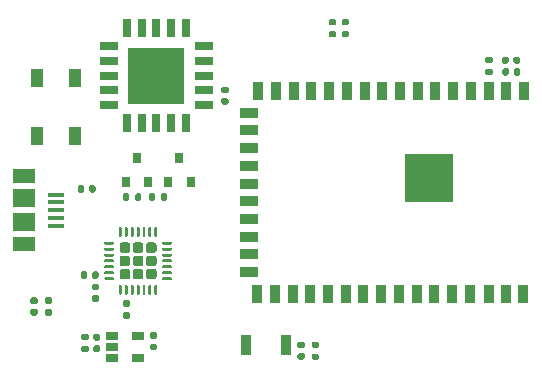
<source format=gtp>
G04 #@! TF.GenerationSoftware,KiCad,Pcbnew,(5.1.9)-1*
G04 #@! TF.CreationDate,2021-04-20T13:04:08+03:00*
G04 #@! TF.ProjectId,ESP32_SCD40-D-R2,45535033-325f-4534-9344-34302d442d52,rev?*
G04 #@! TF.SameCoordinates,Original*
G04 #@! TF.FileFunction,Paste,Top*
G04 #@! TF.FilePolarity,Positive*
%FSLAX46Y46*%
G04 Gerber Fmt 4.6, Leading zero omitted, Abs format (unit mm)*
G04 Created by KiCad (PCBNEW (5.1.9)-1) date 2021-04-20 13:04:08*
%MOMM*%
%LPD*%
G01*
G04 APERTURE LIST*
%ADD10R,0.900000X1.500000*%
%ADD11R,1.500000X0.900000*%
%ADD12R,4.100000X4.100000*%
%ADD13R,1.500000X0.800000*%
%ADD14R,0.800000X1.500000*%
%ADD15R,4.800000X4.800000*%
%ADD16R,1.060000X0.650000*%
%ADD17R,0.900000X1.700000*%
%ADD18R,0.800000X0.900000*%
%ADD19R,1.900000X1.200000*%
%ADD20R,1.900000X1.500000*%
%ADD21R,1.350000X0.400000*%
%ADD22R,1.000000X1.500000*%
G04 APERTURE END LIST*
D10*
G04 #@! TO.C,U2*
X43825000Y-6875000D03*
X22825000Y-6875000D03*
X21325000Y-6875000D03*
D11*
X20575000Y-8750000D03*
X20575000Y-10250000D03*
X20575000Y-11750000D03*
X20575000Y-13250000D03*
X20575000Y-14750000D03*
X20575000Y-16250000D03*
X20575000Y-17750000D03*
X20575000Y-19250000D03*
D10*
X42325000Y-6875000D03*
X40825000Y-6875000D03*
X39325000Y-6875000D03*
X37825000Y-6875000D03*
X36325000Y-6875000D03*
X34825000Y-6875000D03*
X33325000Y-6875000D03*
X31825000Y-6875000D03*
X30325000Y-6875000D03*
X28825000Y-6875000D03*
X27325000Y-6875000D03*
X25825000Y-6875000D03*
X24325000Y-6875000D03*
X37725000Y-24125000D03*
X36225000Y-24125000D03*
X34725000Y-24125000D03*
X33225000Y-24125000D03*
X31725000Y-24125000D03*
X30225000Y-24125000D03*
X28725000Y-24125000D03*
X27225000Y-24125000D03*
X25725000Y-24125000D03*
X24225000Y-24125000D03*
X22725000Y-24125000D03*
X21225000Y-24125000D03*
D11*
X20575000Y-22250000D03*
X20575000Y-20750000D03*
D10*
X39225000Y-24125000D03*
X40825000Y-24125000D03*
X42325000Y-24125000D03*
X43725000Y-24125000D03*
D12*
X35785000Y-14310000D03*
G04 #@! TD*
D13*
G04 #@! TO.C,U4*
X8700000Y-3100000D03*
X8700000Y-4350000D03*
X8700000Y-5600000D03*
X8700000Y-6850000D03*
X8700000Y-8100000D03*
D14*
X15200000Y-1600000D03*
X13950000Y-1600000D03*
X12700000Y-1600000D03*
X11450000Y-1600000D03*
X10200000Y-1600000D03*
D13*
X16700000Y-3100000D03*
X16700000Y-4350000D03*
X16700000Y-5600000D03*
X16700000Y-6850000D03*
X16700000Y-8100000D03*
D14*
X15200000Y-9600000D03*
X13950000Y-9600000D03*
X12700000Y-9600000D03*
X11450000Y-9600000D03*
X10200000Y-9600000D03*
D15*
X12700000Y-5600000D03*
G04 #@! TD*
D16*
G04 #@! TO.C,U3*
X11150000Y-27650000D03*
X11150000Y-29550000D03*
X8950000Y-29550000D03*
X8950000Y-28600000D03*
X8950000Y-27650000D03*
G04 #@! TD*
G04 #@! TO.C,U1*
G36*
G01*
X11820000Y-22645000D02*
X11820000Y-22195000D01*
G75*
G02*
X12045000Y-21970000I225000J0D01*
G01*
X12495000Y-21970000D01*
G75*
G02*
X12720000Y-22195000I0J-225000D01*
G01*
X12720000Y-22645000D01*
G75*
G02*
X12495000Y-22870000I-225000J0D01*
G01*
X12045000Y-22870000D01*
G75*
G02*
X11820000Y-22645000I0J225000D01*
G01*
G37*
G36*
G01*
X11820000Y-21525000D02*
X11820000Y-21075000D01*
G75*
G02*
X12045000Y-20850000I225000J0D01*
G01*
X12495000Y-20850000D01*
G75*
G02*
X12720000Y-21075000I0J-225000D01*
G01*
X12720000Y-21525000D01*
G75*
G02*
X12495000Y-21750000I-225000J0D01*
G01*
X12045000Y-21750000D01*
G75*
G02*
X11820000Y-21525000I0J225000D01*
G01*
G37*
G36*
G01*
X11820000Y-20405000D02*
X11820000Y-19955000D01*
G75*
G02*
X12045000Y-19730000I225000J0D01*
G01*
X12495000Y-19730000D01*
G75*
G02*
X12720000Y-19955000I0J-225000D01*
G01*
X12720000Y-20405000D01*
G75*
G02*
X12495000Y-20630000I-225000J0D01*
G01*
X12045000Y-20630000D01*
G75*
G02*
X11820000Y-20405000I0J225000D01*
G01*
G37*
G36*
G01*
X10700000Y-22645000D02*
X10700000Y-22195000D01*
G75*
G02*
X10925000Y-21970000I225000J0D01*
G01*
X11375000Y-21970000D01*
G75*
G02*
X11600000Y-22195000I0J-225000D01*
G01*
X11600000Y-22645000D01*
G75*
G02*
X11375000Y-22870000I-225000J0D01*
G01*
X10925000Y-22870000D01*
G75*
G02*
X10700000Y-22645000I0J225000D01*
G01*
G37*
G36*
G01*
X10700000Y-21525000D02*
X10700000Y-21075000D01*
G75*
G02*
X10925000Y-20850000I225000J0D01*
G01*
X11375000Y-20850000D01*
G75*
G02*
X11600000Y-21075000I0J-225000D01*
G01*
X11600000Y-21525000D01*
G75*
G02*
X11375000Y-21750000I-225000J0D01*
G01*
X10925000Y-21750000D01*
G75*
G02*
X10700000Y-21525000I0J225000D01*
G01*
G37*
G36*
G01*
X10700000Y-20405000D02*
X10700000Y-19955000D01*
G75*
G02*
X10925000Y-19730000I225000J0D01*
G01*
X11375000Y-19730000D01*
G75*
G02*
X11600000Y-19955000I0J-225000D01*
G01*
X11600000Y-20405000D01*
G75*
G02*
X11375000Y-20630000I-225000J0D01*
G01*
X10925000Y-20630000D01*
G75*
G02*
X10700000Y-20405000I0J225000D01*
G01*
G37*
G36*
G01*
X9580000Y-22645000D02*
X9580000Y-22195000D01*
G75*
G02*
X9805000Y-21970000I225000J0D01*
G01*
X10255000Y-21970000D01*
G75*
G02*
X10480000Y-22195000I0J-225000D01*
G01*
X10480000Y-22645000D01*
G75*
G02*
X10255000Y-22870000I-225000J0D01*
G01*
X9805000Y-22870000D01*
G75*
G02*
X9580000Y-22645000I0J225000D01*
G01*
G37*
G36*
G01*
X9580000Y-21525000D02*
X9580000Y-21075000D01*
G75*
G02*
X9805000Y-20850000I225000J0D01*
G01*
X10255000Y-20850000D01*
G75*
G02*
X10480000Y-21075000I0J-225000D01*
G01*
X10480000Y-21525000D01*
G75*
G02*
X10255000Y-21750000I-225000J0D01*
G01*
X9805000Y-21750000D01*
G75*
G02*
X9580000Y-21525000I0J225000D01*
G01*
G37*
G36*
G01*
X9580000Y-20405000D02*
X9580000Y-19955000D01*
G75*
G02*
X9805000Y-19730000I225000J0D01*
G01*
X10255000Y-19730000D01*
G75*
G02*
X10480000Y-19955000I0J-225000D01*
G01*
X10480000Y-20405000D01*
G75*
G02*
X10255000Y-20630000I-225000J0D01*
G01*
X9805000Y-20630000D01*
G75*
G02*
X9580000Y-20405000I0J225000D01*
G01*
G37*
G36*
G01*
X9525000Y-19187500D02*
X9525000Y-18512500D01*
G75*
G02*
X9587500Y-18450000I62500J0D01*
G01*
X9712500Y-18450000D01*
G75*
G02*
X9775000Y-18512500I0J-62500D01*
G01*
X9775000Y-19187500D01*
G75*
G02*
X9712500Y-19250000I-62500J0D01*
G01*
X9587500Y-19250000D01*
G75*
G02*
X9525000Y-19187500I0J62500D01*
G01*
G37*
G36*
G01*
X10025000Y-19187500D02*
X10025000Y-18512500D01*
G75*
G02*
X10087500Y-18450000I62500J0D01*
G01*
X10212500Y-18450000D01*
G75*
G02*
X10275000Y-18512500I0J-62500D01*
G01*
X10275000Y-19187500D01*
G75*
G02*
X10212500Y-19250000I-62500J0D01*
G01*
X10087500Y-19250000D01*
G75*
G02*
X10025000Y-19187500I0J62500D01*
G01*
G37*
G36*
G01*
X10525000Y-19187500D02*
X10525000Y-18512500D01*
G75*
G02*
X10587500Y-18450000I62500J0D01*
G01*
X10712500Y-18450000D01*
G75*
G02*
X10775000Y-18512500I0J-62500D01*
G01*
X10775000Y-19187500D01*
G75*
G02*
X10712500Y-19250000I-62500J0D01*
G01*
X10587500Y-19250000D01*
G75*
G02*
X10525000Y-19187500I0J62500D01*
G01*
G37*
G36*
G01*
X11025000Y-19187500D02*
X11025000Y-18512500D01*
G75*
G02*
X11087500Y-18450000I62500J0D01*
G01*
X11212500Y-18450000D01*
G75*
G02*
X11275000Y-18512500I0J-62500D01*
G01*
X11275000Y-19187500D01*
G75*
G02*
X11212500Y-19250000I-62500J0D01*
G01*
X11087500Y-19250000D01*
G75*
G02*
X11025000Y-19187500I0J62500D01*
G01*
G37*
G36*
G01*
X11525000Y-19187500D02*
X11525000Y-18512500D01*
G75*
G02*
X11587500Y-18450000I62500J0D01*
G01*
X11712500Y-18450000D01*
G75*
G02*
X11775000Y-18512500I0J-62500D01*
G01*
X11775000Y-19187500D01*
G75*
G02*
X11712500Y-19250000I-62500J0D01*
G01*
X11587500Y-19250000D01*
G75*
G02*
X11525000Y-19187500I0J62500D01*
G01*
G37*
G36*
G01*
X12025000Y-19187500D02*
X12025000Y-18512500D01*
G75*
G02*
X12087500Y-18450000I62500J0D01*
G01*
X12212500Y-18450000D01*
G75*
G02*
X12275000Y-18512500I0J-62500D01*
G01*
X12275000Y-19187500D01*
G75*
G02*
X12212500Y-19250000I-62500J0D01*
G01*
X12087500Y-19250000D01*
G75*
G02*
X12025000Y-19187500I0J62500D01*
G01*
G37*
G36*
G01*
X12525000Y-19187500D02*
X12525000Y-18512500D01*
G75*
G02*
X12587500Y-18450000I62500J0D01*
G01*
X12712500Y-18450000D01*
G75*
G02*
X12775000Y-18512500I0J-62500D01*
G01*
X12775000Y-19187500D01*
G75*
G02*
X12712500Y-19250000I-62500J0D01*
G01*
X12587500Y-19250000D01*
G75*
G02*
X12525000Y-19187500I0J62500D01*
G01*
G37*
G36*
G01*
X13200000Y-19862500D02*
X13200000Y-19737500D01*
G75*
G02*
X13262500Y-19675000I62500J0D01*
G01*
X13937500Y-19675000D01*
G75*
G02*
X14000000Y-19737500I0J-62500D01*
G01*
X14000000Y-19862500D01*
G75*
G02*
X13937500Y-19925000I-62500J0D01*
G01*
X13262500Y-19925000D01*
G75*
G02*
X13200000Y-19862500I0J62500D01*
G01*
G37*
G36*
G01*
X13200000Y-20362500D02*
X13200000Y-20237500D01*
G75*
G02*
X13262500Y-20175000I62500J0D01*
G01*
X13937500Y-20175000D01*
G75*
G02*
X14000000Y-20237500I0J-62500D01*
G01*
X14000000Y-20362500D01*
G75*
G02*
X13937500Y-20425000I-62500J0D01*
G01*
X13262500Y-20425000D01*
G75*
G02*
X13200000Y-20362500I0J62500D01*
G01*
G37*
G36*
G01*
X13200000Y-20862500D02*
X13200000Y-20737500D01*
G75*
G02*
X13262500Y-20675000I62500J0D01*
G01*
X13937500Y-20675000D01*
G75*
G02*
X14000000Y-20737500I0J-62500D01*
G01*
X14000000Y-20862500D01*
G75*
G02*
X13937500Y-20925000I-62500J0D01*
G01*
X13262500Y-20925000D01*
G75*
G02*
X13200000Y-20862500I0J62500D01*
G01*
G37*
G36*
G01*
X13200000Y-21362500D02*
X13200000Y-21237500D01*
G75*
G02*
X13262500Y-21175000I62500J0D01*
G01*
X13937500Y-21175000D01*
G75*
G02*
X14000000Y-21237500I0J-62500D01*
G01*
X14000000Y-21362500D01*
G75*
G02*
X13937500Y-21425000I-62500J0D01*
G01*
X13262500Y-21425000D01*
G75*
G02*
X13200000Y-21362500I0J62500D01*
G01*
G37*
G36*
G01*
X13200000Y-21862500D02*
X13200000Y-21737500D01*
G75*
G02*
X13262500Y-21675000I62500J0D01*
G01*
X13937500Y-21675000D01*
G75*
G02*
X14000000Y-21737500I0J-62500D01*
G01*
X14000000Y-21862500D01*
G75*
G02*
X13937500Y-21925000I-62500J0D01*
G01*
X13262500Y-21925000D01*
G75*
G02*
X13200000Y-21862500I0J62500D01*
G01*
G37*
G36*
G01*
X13200000Y-22362500D02*
X13200000Y-22237500D01*
G75*
G02*
X13262500Y-22175000I62500J0D01*
G01*
X13937500Y-22175000D01*
G75*
G02*
X14000000Y-22237500I0J-62500D01*
G01*
X14000000Y-22362500D01*
G75*
G02*
X13937500Y-22425000I-62500J0D01*
G01*
X13262500Y-22425000D01*
G75*
G02*
X13200000Y-22362500I0J62500D01*
G01*
G37*
G36*
G01*
X13200000Y-22862500D02*
X13200000Y-22737500D01*
G75*
G02*
X13262500Y-22675000I62500J0D01*
G01*
X13937500Y-22675000D01*
G75*
G02*
X14000000Y-22737500I0J-62500D01*
G01*
X14000000Y-22862500D01*
G75*
G02*
X13937500Y-22925000I-62500J0D01*
G01*
X13262500Y-22925000D01*
G75*
G02*
X13200000Y-22862500I0J62500D01*
G01*
G37*
G36*
G01*
X12525000Y-24087500D02*
X12525000Y-23412500D01*
G75*
G02*
X12587500Y-23350000I62500J0D01*
G01*
X12712500Y-23350000D01*
G75*
G02*
X12775000Y-23412500I0J-62500D01*
G01*
X12775000Y-24087500D01*
G75*
G02*
X12712500Y-24150000I-62500J0D01*
G01*
X12587500Y-24150000D01*
G75*
G02*
X12525000Y-24087500I0J62500D01*
G01*
G37*
G36*
G01*
X12025000Y-24087500D02*
X12025000Y-23412500D01*
G75*
G02*
X12087500Y-23350000I62500J0D01*
G01*
X12212500Y-23350000D01*
G75*
G02*
X12275000Y-23412500I0J-62500D01*
G01*
X12275000Y-24087500D01*
G75*
G02*
X12212500Y-24150000I-62500J0D01*
G01*
X12087500Y-24150000D01*
G75*
G02*
X12025000Y-24087500I0J62500D01*
G01*
G37*
G36*
G01*
X11525000Y-24087500D02*
X11525000Y-23412500D01*
G75*
G02*
X11587500Y-23350000I62500J0D01*
G01*
X11712500Y-23350000D01*
G75*
G02*
X11775000Y-23412500I0J-62500D01*
G01*
X11775000Y-24087500D01*
G75*
G02*
X11712500Y-24150000I-62500J0D01*
G01*
X11587500Y-24150000D01*
G75*
G02*
X11525000Y-24087500I0J62500D01*
G01*
G37*
G36*
G01*
X11025000Y-24087500D02*
X11025000Y-23412500D01*
G75*
G02*
X11087500Y-23350000I62500J0D01*
G01*
X11212500Y-23350000D01*
G75*
G02*
X11275000Y-23412500I0J-62500D01*
G01*
X11275000Y-24087500D01*
G75*
G02*
X11212500Y-24150000I-62500J0D01*
G01*
X11087500Y-24150000D01*
G75*
G02*
X11025000Y-24087500I0J62500D01*
G01*
G37*
G36*
G01*
X10525000Y-24087500D02*
X10525000Y-23412500D01*
G75*
G02*
X10587500Y-23350000I62500J0D01*
G01*
X10712500Y-23350000D01*
G75*
G02*
X10775000Y-23412500I0J-62500D01*
G01*
X10775000Y-24087500D01*
G75*
G02*
X10712500Y-24150000I-62500J0D01*
G01*
X10587500Y-24150000D01*
G75*
G02*
X10525000Y-24087500I0J62500D01*
G01*
G37*
G36*
G01*
X10025000Y-24087500D02*
X10025000Y-23412500D01*
G75*
G02*
X10087500Y-23350000I62500J0D01*
G01*
X10212500Y-23350000D01*
G75*
G02*
X10275000Y-23412500I0J-62500D01*
G01*
X10275000Y-24087500D01*
G75*
G02*
X10212500Y-24150000I-62500J0D01*
G01*
X10087500Y-24150000D01*
G75*
G02*
X10025000Y-24087500I0J62500D01*
G01*
G37*
G36*
G01*
X9525000Y-24087500D02*
X9525000Y-23412500D01*
G75*
G02*
X9587500Y-23350000I62500J0D01*
G01*
X9712500Y-23350000D01*
G75*
G02*
X9775000Y-23412500I0J-62500D01*
G01*
X9775000Y-24087500D01*
G75*
G02*
X9712500Y-24150000I-62500J0D01*
G01*
X9587500Y-24150000D01*
G75*
G02*
X9525000Y-24087500I0J62500D01*
G01*
G37*
G36*
G01*
X8300000Y-22862500D02*
X8300000Y-22737500D01*
G75*
G02*
X8362500Y-22675000I62500J0D01*
G01*
X9037500Y-22675000D01*
G75*
G02*
X9100000Y-22737500I0J-62500D01*
G01*
X9100000Y-22862500D01*
G75*
G02*
X9037500Y-22925000I-62500J0D01*
G01*
X8362500Y-22925000D01*
G75*
G02*
X8300000Y-22862500I0J62500D01*
G01*
G37*
G36*
G01*
X8300000Y-22362500D02*
X8300000Y-22237500D01*
G75*
G02*
X8362500Y-22175000I62500J0D01*
G01*
X9037500Y-22175000D01*
G75*
G02*
X9100000Y-22237500I0J-62500D01*
G01*
X9100000Y-22362500D01*
G75*
G02*
X9037500Y-22425000I-62500J0D01*
G01*
X8362500Y-22425000D01*
G75*
G02*
X8300000Y-22362500I0J62500D01*
G01*
G37*
G36*
G01*
X8300000Y-21862500D02*
X8300000Y-21737500D01*
G75*
G02*
X8362500Y-21675000I62500J0D01*
G01*
X9037500Y-21675000D01*
G75*
G02*
X9100000Y-21737500I0J-62500D01*
G01*
X9100000Y-21862500D01*
G75*
G02*
X9037500Y-21925000I-62500J0D01*
G01*
X8362500Y-21925000D01*
G75*
G02*
X8300000Y-21862500I0J62500D01*
G01*
G37*
G36*
G01*
X8300000Y-21362500D02*
X8300000Y-21237500D01*
G75*
G02*
X8362500Y-21175000I62500J0D01*
G01*
X9037500Y-21175000D01*
G75*
G02*
X9100000Y-21237500I0J-62500D01*
G01*
X9100000Y-21362500D01*
G75*
G02*
X9037500Y-21425000I-62500J0D01*
G01*
X8362500Y-21425000D01*
G75*
G02*
X8300000Y-21362500I0J62500D01*
G01*
G37*
G36*
G01*
X8300000Y-20862500D02*
X8300000Y-20737500D01*
G75*
G02*
X8362500Y-20675000I62500J0D01*
G01*
X9037500Y-20675000D01*
G75*
G02*
X9100000Y-20737500I0J-62500D01*
G01*
X9100000Y-20862500D01*
G75*
G02*
X9037500Y-20925000I-62500J0D01*
G01*
X8362500Y-20925000D01*
G75*
G02*
X8300000Y-20862500I0J62500D01*
G01*
G37*
G36*
G01*
X8300000Y-20362500D02*
X8300000Y-20237500D01*
G75*
G02*
X8362500Y-20175000I62500J0D01*
G01*
X9037500Y-20175000D01*
G75*
G02*
X9100000Y-20237500I0J-62500D01*
G01*
X9100000Y-20362500D01*
G75*
G02*
X9037500Y-20425000I-62500J0D01*
G01*
X8362500Y-20425000D01*
G75*
G02*
X8300000Y-20362500I0J62500D01*
G01*
G37*
G36*
G01*
X8300000Y-19862500D02*
X8300000Y-19737500D01*
G75*
G02*
X8362500Y-19675000I62500J0D01*
G01*
X9037500Y-19675000D01*
G75*
G02*
X9100000Y-19737500I0J-62500D01*
G01*
X9100000Y-19862500D01*
G75*
G02*
X9037500Y-19925000I-62500J0D01*
G01*
X8362500Y-19925000D01*
G75*
G02*
X8300000Y-19862500I0J62500D01*
G01*
G37*
G04 #@! TD*
D17*
G04 #@! TO.C,SW1*
X23650000Y-28400000D03*
X20250000Y-28400000D03*
G04 #@! TD*
G04 #@! TO.C,R9*
G36*
G01*
X6465000Y-28490000D02*
X6835000Y-28490000D01*
G75*
G02*
X6970000Y-28625000I0J-135000D01*
G01*
X6970000Y-28895000D01*
G75*
G02*
X6835000Y-29030000I-135000J0D01*
G01*
X6465000Y-29030000D01*
G75*
G02*
X6330000Y-28895000I0J135000D01*
G01*
X6330000Y-28625000D01*
G75*
G02*
X6465000Y-28490000I135000J0D01*
G01*
G37*
G36*
G01*
X6465000Y-27470000D02*
X6835000Y-27470000D01*
G75*
G02*
X6970000Y-27605000I0J-135000D01*
G01*
X6970000Y-27875000D01*
G75*
G02*
X6835000Y-28010000I-135000J0D01*
G01*
X6465000Y-28010000D01*
G75*
G02*
X6330000Y-27875000I0J135000D01*
G01*
X6330000Y-27605000D01*
G75*
G02*
X6465000Y-27470000I135000J0D01*
G01*
G37*
G04 #@! TD*
G04 #@! TO.C,R8*
G36*
G01*
X41035000Y-4550000D02*
X40665000Y-4550000D01*
G75*
G02*
X40530000Y-4415000I0J135000D01*
G01*
X40530000Y-4145000D01*
G75*
G02*
X40665000Y-4010000I135000J0D01*
G01*
X41035000Y-4010000D01*
G75*
G02*
X41170000Y-4145000I0J-135000D01*
G01*
X41170000Y-4415000D01*
G75*
G02*
X41035000Y-4550000I-135000J0D01*
G01*
G37*
G36*
G01*
X41035000Y-5570000D02*
X40665000Y-5570000D01*
G75*
G02*
X40530000Y-5435000I0J135000D01*
G01*
X40530000Y-5165000D01*
G75*
G02*
X40665000Y-5030000I135000J0D01*
G01*
X41035000Y-5030000D01*
G75*
G02*
X41170000Y-5165000I0J-135000D01*
G01*
X41170000Y-5435000D01*
G75*
G02*
X41035000Y-5570000I-135000J0D01*
G01*
G37*
G04 #@! TD*
G04 #@! TO.C,R7*
G36*
G01*
X12600000Y-15715000D02*
X12600000Y-16085000D01*
G75*
G02*
X12465000Y-16220000I-135000J0D01*
G01*
X12195000Y-16220000D01*
G75*
G02*
X12060000Y-16085000I0J135000D01*
G01*
X12060000Y-15715000D01*
G75*
G02*
X12195000Y-15580000I135000J0D01*
G01*
X12465000Y-15580000D01*
G75*
G02*
X12600000Y-15715000I0J-135000D01*
G01*
G37*
G36*
G01*
X13620000Y-15715000D02*
X13620000Y-16085000D01*
G75*
G02*
X13485000Y-16220000I-135000J0D01*
G01*
X13215000Y-16220000D01*
G75*
G02*
X13080000Y-16085000I0J135000D01*
G01*
X13080000Y-15715000D01*
G75*
G02*
X13215000Y-15580000I135000J0D01*
G01*
X13485000Y-15580000D01*
G75*
G02*
X13620000Y-15715000I0J-135000D01*
G01*
G37*
G04 #@! TD*
G04 #@! TO.C,R6*
G36*
G01*
X27785000Y-1360000D02*
X27415000Y-1360000D01*
G75*
G02*
X27280000Y-1225000I0J135000D01*
G01*
X27280000Y-955000D01*
G75*
G02*
X27415000Y-820000I135000J0D01*
G01*
X27785000Y-820000D01*
G75*
G02*
X27920000Y-955000I0J-135000D01*
G01*
X27920000Y-1225000D01*
G75*
G02*
X27785000Y-1360000I-135000J0D01*
G01*
G37*
G36*
G01*
X27785000Y-2380000D02*
X27415000Y-2380000D01*
G75*
G02*
X27280000Y-2245000I0J135000D01*
G01*
X27280000Y-1975000D01*
G75*
G02*
X27415000Y-1840000I135000J0D01*
G01*
X27785000Y-1840000D01*
G75*
G02*
X27920000Y-1975000I0J-135000D01*
G01*
X27920000Y-2245000D01*
G75*
G02*
X27785000Y-2380000I-135000J0D01*
G01*
G37*
G04 #@! TD*
G04 #@! TO.C,R5*
G36*
G01*
X28885000Y-1350000D02*
X28515000Y-1350000D01*
G75*
G02*
X28380000Y-1215000I0J135000D01*
G01*
X28380000Y-945000D01*
G75*
G02*
X28515000Y-810000I135000J0D01*
G01*
X28885000Y-810000D01*
G75*
G02*
X29020000Y-945000I0J-135000D01*
G01*
X29020000Y-1215000D01*
G75*
G02*
X28885000Y-1350000I-135000J0D01*
G01*
G37*
G36*
G01*
X28885000Y-2370000D02*
X28515000Y-2370000D01*
G75*
G02*
X28380000Y-2235000I0J135000D01*
G01*
X28380000Y-1965000D01*
G75*
G02*
X28515000Y-1830000I135000J0D01*
G01*
X28885000Y-1830000D01*
G75*
G02*
X29020000Y-1965000I0J-135000D01*
G01*
X29020000Y-2235000D01*
G75*
G02*
X28885000Y-2370000I-135000J0D01*
G01*
G37*
G04 #@! TD*
G04 #@! TO.C,R4*
G36*
G01*
X10890000Y-16085000D02*
X10890000Y-15715000D01*
G75*
G02*
X11025000Y-15580000I135000J0D01*
G01*
X11295000Y-15580000D01*
G75*
G02*
X11430000Y-15715000I0J-135000D01*
G01*
X11430000Y-16085000D01*
G75*
G02*
X11295000Y-16220000I-135000J0D01*
G01*
X11025000Y-16220000D01*
G75*
G02*
X10890000Y-16085000I0J135000D01*
G01*
G37*
G36*
G01*
X9870000Y-16085000D02*
X9870000Y-15715000D01*
G75*
G02*
X10005000Y-15580000I135000J0D01*
G01*
X10275000Y-15580000D01*
G75*
G02*
X10410000Y-15715000I0J-135000D01*
G01*
X10410000Y-16085000D01*
G75*
G02*
X10275000Y-16220000I-135000J0D01*
G01*
X10005000Y-16220000D01*
G75*
G02*
X9870000Y-16085000I0J135000D01*
G01*
G37*
G04 #@! TD*
G04 #@! TO.C,R3*
G36*
G01*
X25965000Y-29140000D02*
X26335000Y-29140000D01*
G75*
G02*
X26470000Y-29275000I0J-135000D01*
G01*
X26470000Y-29545000D01*
G75*
G02*
X26335000Y-29680000I-135000J0D01*
G01*
X25965000Y-29680000D01*
G75*
G02*
X25830000Y-29545000I0J135000D01*
G01*
X25830000Y-29275000D01*
G75*
G02*
X25965000Y-29140000I135000J0D01*
G01*
G37*
G36*
G01*
X25965000Y-28120000D02*
X26335000Y-28120000D01*
G75*
G02*
X26470000Y-28255000I0J-135000D01*
G01*
X26470000Y-28525000D01*
G75*
G02*
X26335000Y-28660000I-135000J0D01*
G01*
X25965000Y-28660000D01*
G75*
G02*
X25830000Y-28525000I0J135000D01*
G01*
X25830000Y-28255000D01*
G75*
G02*
X25965000Y-28120000I135000J0D01*
G01*
G37*
G04 #@! TD*
G04 #@! TO.C,R2*
G36*
G01*
X9965000Y-25640000D02*
X10335000Y-25640000D01*
G75*
G02*
X10470000Y-25775000I0J-135000D01*
G01*
X10470000Y-26045000D01*
G75*
G02*
X10335000Y-26180000I-135000J0D01*
G01*
X9965000Y-26180000D01*
G75*
G02*
X9830000Y-26045000I0J135000D01*
G01*
X9830000Y-25775000D01*
G75*
G02*
X9965000Y-25640000I135000J0D01*
G01*
G37*
G36*
G01*
X9965000Y-24620000D02*
X10335000Y-24620000D01*
G75*
G02*
X10470000Y-24755000I0J-135000D01*
G01*
X10470000Y-25025000D01*
G75*
G02*
X10335000Y-25160000I-135000J0D01*
G01*
X9965000Y-25160000D01*
G75*
G02*
X9830000Y-25025000I0J135000D01*
G01*
X9830000Y-24755000D01*
G75*
G02*
X9965000Y-24620000I135000J0D01*
G01*
G37*
G04 #@! TD*
G04 #@! TO.C,R1*
G36*
G01*
X3735000Y-24910000D02*
X3365000Y-24910000D01*
G75*
G02*
X3230000Y-24775000I0J135000D01*
G01*
X3230000Y-24505000D01*
G75*
G02*
X3365000Y-24370000I135000J0D01*
G01*
X3735000Y-24370000D01*
G75*
G02*
X3870000Y-24505000I0J-135000D01*
G01*
X3870000Y-24775000D01*
G75*
G02*
X3735000Y-24910000I-135000J0D01*
G01*
G37*
G36*
G01*
X3735000Y-25930000D02*
X3365000Y-25930000D01*
G75*
G02*
X3230000Y-25795000I0J135000D01*
G01*
X3230000Y-25525000D01*
G75*
G02*
X3365000Y-25390000I135000J0D01*
G01*
X3735000Y-25390000D01*
G75*
G02*
X3870000Y-25525000I0J-135000D01*
G01*
X3870000Y-25795000D01*
G75*
G02*
X3735000Y-25930000I-135000J0D01*
G01*
G37*
G04 #@! TD*
D18*
G04 #@! TO.C,Q2*
X14650000Y-12600000D03*
X15600000Y-14600000D03*
X13700000Y-14600000D03*
G04 #@! TD*
G04 #@! TO.C,Q1*
X11050000Y-12600000D03*
X12000000Y-14600000D03*
X10100000Y-14600000D03*
G04 #@! TD*
D19*
G04 #@! TO.C,J1*
X1500000Y-19900000D03*
X1500000Y-14100000D03*
D20*
X1500000Y-18000000D03*
X1500000Y-16000000D03*
D21*
X4200000Y-18300000D03*
X4200000Y-17650000D03*
X4200000Y-17000000D03*
X4200000Y-16350000D03*
X4200000Y-15700000D03*
G04 #@! TD*
G04 #@! TO.C,D2*
G36*
G01*
X2522500Y-24960000D02*
X2177500Y-24960000D01*
G75*
G02*
X2030000Y-24812500I0J147500D01*
G01*
X2030000Y-24517500D01*
G75*
G02*
X2177500Y-24370000I147500J0D01*
G01*
X2522500Y-24370000D01*
G75*
G02*
X2670000Y-24517500I0J-147500D01*
G01*
X2670000Y-24812500D01*
G75*
G02*
X2522500Y-24960000I-147500J0D01*
G01*
G37*
G36*
G01*
X2522500Y-25930000D02*
X2177500Y-25930000D01*
G75*
G02*
X2030000Y-25782500I0J147500D01*
G01*
X2030000Y-25487500D01*
G75*
G02*
X2177500Y-25340000I147500J0D01*
G01*
X2522500Y-25340000D01*
G75*
G02*
X2670000Y-25487500I0J-147500D01*
G01*
X2670000Y-25782500D01*
G75*
G02*
X2522500Y-25930000I-147500J0D01*
G01*
G37*
G04 #@! TD*
D22*
G04 #@! TO.C,D1*
X2600000Y-10750000D03*
X5800000Y-10750000D03*
X2600000Y-5850000D03*
X5800000Y-5850000D03*
G04 #@! TD*
G04 #@! TO.C,C9*
G36*
G01*
X7480000Y-28450000D02*
X7820000Y-28450000D01*
G75*
G02*
X7960000Y-28590000I0J-140000D01*
G01*
X7960000Y-28870000D01*
G75*
G02*
X7820000Y-29010000I-140000J0D01*
G01*
X7480000Y-29010000D01*
G75*
G02*
X7340000Y-28870000I0J140000D01*
G01*
X7340000Y-28590000D01*
G75*
G02*
X7480000Y-28450000I140000J0D01*
G01*
G37*
G36*
G01*
X7480000Y-27490000D02*
X7820000Y-27490000D01*
G75*
G02*
X7960000Y-27630000I0J-140000D01*
G01*
X7960000Y-27910000D01*
G75*
G02*
X7820000Y-28050000I-140000J0D01*
G01*
X7480000Y-28050000D01*
G75*
G02*
X7340000Y-27910000I0J140000D01*
G01*
X7340000Y-27630000D01*
G75*
G02*
X7480000Y-27490000I140000J0D01*
G01*
G37*
G04 #@! TD*
G04 #@! TO.C,C8*
G36*
G01*
X12280000Y-28300000D02*
X12620000Y-28300000D01*
G75*
G02*
X12760000Y-28440000I0J-140000D01*
G01*
X12760000Y-28720000D01*
G75*
G02*
X12620000Y-28860000I-140000J0D01*
G01*
X12280000Y-28860000D01*
G75*
G02*
X12140000Y-28720000I0J140000D01*
G01*
X12140000Y-28440000D01*
G75*
G02*
X12280000Y-28300000I140000J0D01*
G01*
G37*
G36*
G01*
X12280000Y-27340000D02*
X12620000Y-27340000D01*
G75*
G02*
X12760000Y-27480000I0J-140000D01*
G01*
X12760000Y-27760000D01*
G75*
G02*
X12620000Y-27900000I-140000J0D01*
G01*
X12280000Y-27900000D01*
G75*
G02*
X12140000Y-27760000I0J140000D01*
G01*
X12140000Y-27480000D01*
G75*
G02*
X12280000Y-27340000I140000J0D01*
G01*
G37*
G04 #@! TD*
G04 #@! TO.C,C7*
G36*
G01*
X18670000Y-7100000D02*
X18330000Y-7100000D01*
G75*
G02*
X18190000Y-6960000I0J140000D01*
G01*
X18190000Y-6680000D01*
G75*
G02*
X18330000Y-6540000I140000J0D01*
G01*
X18670000Y-6540000D01*
G75*
G02*
X18810000Y-6680000I0J-140000D01*
G01*
X18810000Y-6960000D01*
G75*
G02*
X18670000Y-7100000I-140000J0D01*
G01*
G37*
G36*
G01*
X18670000Y-8060000D02*
X18330000Y-8060000D01*
G75*
G02*
X18190000Y-7920000I0J140000D01*
G01*
X18190000Y-7640000D01*
G75*
G02*
X18330000Y-7500000I140000J0D01*
G01*
X18670000Y-7500000D01*
G75*
G02*
X18810000Y-7640000I0J-140000D01*
G01*
X18810000Y-7920000D01*
G75*
G02*
X18670000Y-8060000I-140000J0D01*
G01*
G37*
G04 #@! TD*
G04 #@! TO.C,C6*
G36*
G01*
X24780000Y-29100000D02*
X25120000Y-29100000D01*
G75*
G02*
X25260000Y-29240000I0J-140000D01*
G01*
X25260000Y-29520000D01*
G75*
G02*
X25120000Y-29660000I-140000J0D01*
G01*
X24780000Y-29660000D01*
G75*
G02*
X24640000Y-29520000I0J140000D01*
G01*
X24640000Y-29240000D01*
G75*
G02*
X24780000Y-29100000I140000J0D01*
G01*
G37*
G36*
G01*
X24780000Y-28140000D02*
X25120000Y-28140000D01*
G75*
G02*
X25260000Y-28280000I0J-140000D01*
G01*
X25260000Y-28560000D01*
G75*
G02*
X25120000Y-28700000I-140000J0D01*
G01*
X24780000Y-28700000D01*
G75*
G02*
X24640000Y-28560000I0J140000D01*
G01*
X24640000Y-28280000D01*
G75*
G02*
X24780000Y-28140000I140000J0D01*
G01*
G37*
G04 #@! TD*
G04 #@! TO.C,C5*
G36*
G01*
X7380000Y-24180000D02*
X7720000Y-24180000D01*
G75*
G02*
X7860000Y-24320000I0J-140000D01*
G01*
X7860000Y-24600000D01*
G75*
G02*
X7720000Y-24740000I-140000J0D01*
G01*
X7380000Y-24740000D01*
G75*
G02*
X7240000Y-24600000I0J140000D01*
G01*
X7240000Y-24320000D01*
G75*
G02*
X7380000Y-24180000I140000J0D01*
G01*
G37*
G36*
G01*
X7380000Y-23220000D02*
X7720000Y-23220000D01*
G75*
G02*
X7860000Y-23360000I0J-140000D01*
G01*
X7860000Y-23640000D01*
G75*
G02*
X7720000Y-23780000I-140000J0D01*
G01*
X7380000Y-23780000D01*
G75*
G02*
X7240000Y-23640000I0J140000D01*
G01*
X7240000Y-23360000D01*
G75*
G02*
X7380000Y-23220000I140000J0D01*
G01*
G37*
G04 #@! TD*
G04 #@! TO.C,C4*
G36*
G01*
X7000000Y-15370000D02*
X7000000Y-15030000D01*
G75*
G02*
X7140000Y-14890000I140000J0D01*
G01*
X7420000Y-14890000D01*
G75*
G02*
X7560000Y-15030000I0J-140000D01*
G01*
X7560000Y-15370000D01*
G75*
G02*
X7420000Y-15510000I-140000J0D01*
G01*
X7140000Y-15510000D01*
G75*
G02*
X7000000Y-15370000I0J140000D01*
G01*
G37*
G36*
G01*
X6040000Y-15370000D02*
X6040000Y-15030000D01*
G75*
G02*
X6180000Y-14890000I140000J0D01*
G01*
X6460000Y-14890000D01*
G75*
G02*
X6600000Y-15030000I0J-140000D01*
G01*
X6600000Y-15370000D01*
G75*
G02*
X6460000Y-15510000I-140000J0D01*
G01*
X6180000Y-15510000D01*
G75*
G02*
X6040000Y-15370000I0J140000D01*
G01*
G37*
G04 #@! TD*
G04 #@! TO.C,C3*
G36*
G01*
X42950000Y-5470000D02*
X42950000Y-5130000D01*
G75*
G02*
X43090000Y-4990000I140000J0D01*
G01*
X43370000Y-4990000D01*
G75*
G02*
X43510000Y-5130000I0J-140000D01*
G01*
X43510000Y-5470000D01*
G75*
G02*
X43370000Y-5610000I-140000J0D01*
G01*
X43090000Y-5610000D01*
G75*
G02*
X42950000Y-5470000I0J140000D01*
G01*
G37*
G36*
G01*
X41990000Y-5470000D02*
X41990000Y-5130000D01*
G75*
G02*
X42130000Y-4990000I140000J0D01*
G01*
X42410000Y-4990000D01*
G75*
G02*
X42550000Y-5130000I0J-140000D01*
G01*
X42550000Y-5470000D01*
G75*
G02*
X42410000Y-5610000I-140000J0D01*
G01*
X42130000Y-5610000D01*
G75*
G02*
X41990000Y-5470000I0J140000D01*
G01*
G37*
G04 #@! TD*
G04 #@! TO.C,C2*
G36*
G01*
X42930000Y-4470000D02*
X42930000Y-4130000D01*
G75*
G02*
X43070000Y-3990000I140000J0D01*
G01*
X43350000Y-3990000D01*
G75*
G02*
X43490000Y-4130000I0J-140000D01*
G01*
X43490000Y-4470000D01*
G75*
G02*
X43350000Y-4610000I-140000J0D01*
G01*
X43070000Y-4610000D01*
G75*
G02*
X42930000Y-4470000I0J140000D01*
G01*
G37*
G36*
G01*
X41970000Y-4470000D02*
X41970000Y-4130000D01*
G75*
G02*
X42110000Y-3990000I140000J0D01*
G01*
X42390000Y-3990000D01*
G75*
G02*
X42530000Y-4130000I0J-140000D01*
G01*
X42530000Y-4470000D01*
G75*
G02*
X42390000Y-4610000I-140000J0D01*
G01*
X42110000Y-4610000D01*
G75*
G02*
X41970000Y-4470000I0J140000D01*
G01*
G37*
G04 #@! TD*
G04 #@! TO.C,C1*
G36*
G01*
X7250000Y-22670000D02*
X7250000Y-22330000D01*
G75*
G02*
X7390000Y-22190000I140000J0D01*
G01*
X7670000Y-22190000D01*
G75*
G02*
X7810000Y-22330000I0J-140000D01*
G01*
X7810000Y-22670000D01*
G75*
G02*
X7670000Y-22810000I-140000J0D01*
G01*
X7390000Y-22810000D01*
G75*
G02*
X7250000Y-22670000I0J140000D01*
G01*
G37*
G36*
G01*
X6290000Y-22670000D02*
X6290000Y-22330000D01*
G75*
G02*
X6430000Y-22190000I140000J0D01*
G01*
X6710000Y-22190000D01*
G75*
G02*
X6850000Y-22330000I0J-140000D01*
G01*
X6850000Y-22670000D01*
G75*
G02*
X6710000Y-22810000I-140000J0D01*
G01*
X6430000Y-22810000D01*
G75*
G02*
X6290000Y-22670000I0J140000D01*
G01*
G37*
G04 #@! TD*
M02*

</source>
